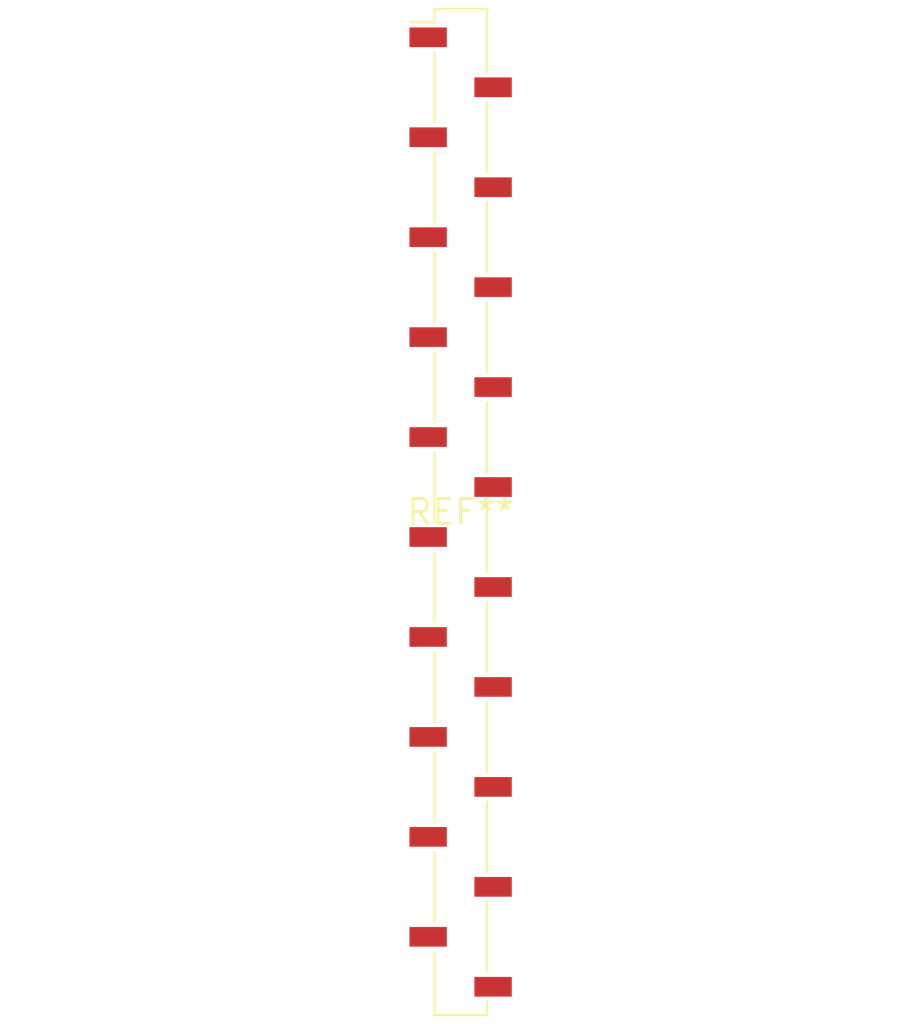
<source format=kicad_pcb>
(kicad_pcb (version 20240108) (generator pcbnew)
  (layers (0 "F.Cu" signal) (31 "B.Cu" signal) (34 "B.Paste" user) (35 "F.Paste" user) (36 "B.SilkS" user "B.Silkscreen") (37 "F.SilkS" user "F.Silkscreen") (38 "B.Mask" user) (39 "F.Mask" user) (44 "Edge.Cuts" user))
  (net 0 "")
  (footprint "PinSocket_1x20_P2.54mm_Vertical_SMD_Pin1Left" (layer "F.Cu") (at 0 0)
    (property "Reference" "REF**")
    (property "Value" "PinSocket_1x20_P2.54mm_Vertical_SMD_Pin1Left")
    (fp_line (start -2.54 -24.89) (end -1.33 -24.89) (layer "F.SilkS") (stroke (width 0.12)))
    (fp_line (start -1.33 -25.56) (end -1.33 -24.89) (layer "F.SilkS") (stroke (width 0.12)))
    (fp_line (start -1.33 -25.56) (end 1.33 -25.56) (layer "F.SilkS") (stroke (width 0.12)))
    (fp_line (start -1.33 -23.37) (end -1.33 -19.81) (layer "F.SilkS") (stroke (width 0.12)))
    (fp_line (start -1.33 -18.29) (end -1.33 -14.73) (layer "F.SilkS") (stroke (width 0.12)))
    (fp_line (start -1.33 -13.21) (end -1.33 -9.65) (layer "F.SilkS") (stroke (width 0.12)))
    (fp_line (start -1.33 -8.13) (end -1.33 -4.57) (layer "F.SilkS") (stroke (width 0.12)))
    (fp_line (start -1.33 -3.05) (end -1.33 0.51) (layer "F.SilkS") (stroke (width 0.12)))
    (fp_line (start -1.33 2.03) (end -1.33 5.59) (layer "F.SilkS") (stroke (width 0.12)))
    (fp_line (start -1.33 7.11) (end -1.33 10.67) (layer "F.SilkS") (stroke (width 0.12)))
    (fp_line (start -1.33 12.19) (end -1.33 15.75) (layer "F.SilkS") (stroke (width 0.12)))
    (fp_line (start -1.33 17.27) (end -1.33 20.83) (layer "F.SilkS") (stroke (width 0.12)))
    (fp_line (start -1.33 22.35) (end -1.33 25.56) (layer "F.SilkS") (stroke (width 0.12)))
    (fp_line (start -1.33 25.56) (end 1.33 25.56) (layer "F.SilkS") (stroke (width 0.12)))
    (fp_line (start 1.33 -25.56) (end 1.33 -22.35) (layer "F.SilkS") (stroke (width 0.12)))
    (fp_line (start 1.33 -20.83) (end 1.33 -17.27) (layer "F.SilkS") (stroke (width 0.12)))
    (fp_line (start 1.33 -15.75) (end 1.33 -12.19) (layer "F.SilkS") (stroke (width 0.12)))
    (fp_line (start 1.33 -10.67) (end 1.33 -7.11) (layer "F.SilkS") (stroke (width 0.12)))
    (fp_line (start 1.33 -5.59) (end 1.33 -2.03) (layer "F.SilkS") (stroke (width 0.12)))
    (fp_line (start 1.33 -0.51) (end 1.33 3.05) (layer "F.SilkS") (stroke (width 0.12)))
    (fp_line (start 1.33 4.57) (end 1.33 8.13) (layer "F.SilkS") (stroke (width 0.12)))
    (fp_line (start 1.33 9.65) (end 1.33 13.21) (layer "F.SilkS") (stroke (width 0.12)))
    (fp_line (start 1.33 14.73) (end 1.33 18.29) (layer "F.SilkS") (stroke (width 0.12)))
    (fp_line (start 1.33 19.81) (end 1.33 23.37) (layer "F.SilkS") (stroke (width 0.12)))
    (fp_line (start 1.33 24.89) (end 1.33 25.56) (layer "F.SilkS") (stroke (width 0.12)))
    (pad "1" smd rect (at -1.65 -24.13) (size 1.9 1) (layers "F.Cu" "F.Paste" "F.Mask"))
    (pad "2" smd rect (at 1.65 -21.59) (size 1.9 1) (layers "F.Cu" "F.Paste" "F.Mask"))
    (pad "3" smd rect (at -1.65 -19.05) (size 1.9 1) (layers "F.Cu" "F.Paste" "F.Mask"))
    (pad "4" smd rect (at 1.65 -16.51) (size 1.9 1) (layers "F.Cu" "F.Paste" "F.Mask"))
    (pad "5" smd rect (at -1.65 -13.97) (size 1.9 1) (layers "F.Cu" "F.Paste" "F.Mask"))
    (pad "6" smd rect (at 1.65 -11.43) (size 1.9 1) (layers "F.Cu" "F.Paste" "F.Mask"))
    (pad "7" smd rect (at -1.65 -8.89) (size 1.9 1) (layers "F.Cu" "F.Paste" "F.Mask"))
    (pad "8" smd rect (at 1.65 -6.35) (size 1.9 1) (layers "F.Cu" "F.Paste" "F.Mask"))
    (pad "9" smd rect (at -1.65 -3.81) (size 1.9 1) (layers "F.Cu" "F.Paste" "F.Mask"))
    (pad "10" smd rect (at 1.65 -1.27) (size 1.9 1) (layers "F.Cu" "F.Paste" "F.Mask"))
    (pad "11" smd rect (at -1.65 1.27) (size 1.9 1) (layers "F.Cu" "F.Paste" "F.Mask"))
    (pad "12" smd rect (at 1.65 3.81) (size 1.9 1) (layers "F.Cu" "F.Paste" "F.Mask"))
    (pad "13" smd rect (at -1.65 6.35) (size 1.9 1) (layers "F.Cu" "F.Paste" "F.Mask"))
    (pad "14" smd rect (at 1.65 8.89) (size 1.9 1) (layers "F.Cu" "F.Paste" "F.Mask"))
    (pad "15" smd rect (at -1.65 11.43) (size 1.9 1) (layers "F.Cu" "F.Paste" "F.Mask"))
    (pad "16" smd rect (at 1.65 13.97) (size 1.9 1) (layers "F.Cu" "F.Paste" "F.Mask"))
    (pad "17" smd rect (at -1.65 16.51) (size 1.9 1) (layers "F.Cu" "F.Paste" "F.Mask"))
    (pad "18" smd rect (at 1.65 19.05) (size 1.9 1) (layers "F.Cu" "F.Paste" "F.Mask"))
    (pad "19" smd rect (at -1.65 21.59) (size 1.9 1) (layers "F.Cu" "F.Paste" "F.Mask"))
    (pad "20" smd rect (at 1.65 24.13) (size 1.9 1) (layers "F.Cu" "F.Paste" "F.Mask"))
  )
)
</source>
